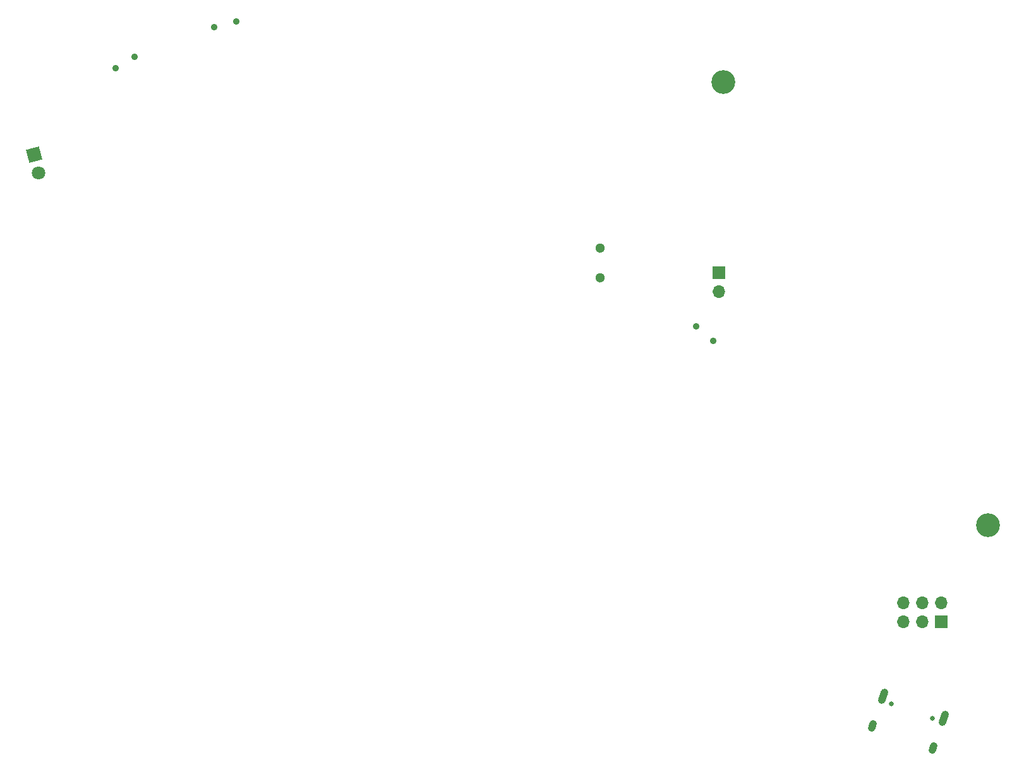
<source format=gbr>
%TF.GenerationSoftware,KiCad,Pcbnew,8.0.4-8.0.4-0~ubuntu22.04.1*%
%TF.CreationDate,2024-11-20T16:55:02+01:00*%
%TF.ProjectId,HH2025badge,48483230-3235-4626-9164-67652e6b6963,rev?*%
%TF.SameCoordinates,Original*%
%TF.FileFunction,Soldermask,Bot*%
%TF.FilePolarity,Negative*%
%FSLAX46Y46*%
G04 Gerber Fmt 4.6, Leading zero omitted, Abs format (unit mm)*
G04 Created by KiCad (PCBNEW 8.0.4-8.0.4-0~ubuntu22.04.1) date 2024-11-20 16:55:02*
%MOMM*%
%LPD*%
G01*
G04 APERTURE LIST*
G04 Aperture macros list*
%AMHorizOval*
0 Thick line with rounded ends*
0 $1 width*
0 $2 $3 position (X,Y) of the first rounded end (center of the circle)*
0 $4 $5 position (X,Y) of the second rounded end (center of the circle)*
0 Add line between two ends*
20,1,$1,$2,$3,$4,$5,0*
0 Add two circle primitives to create the rounded ends*
1,1,$1,$2,$3*
1,1,$1,$4,$5*%
%AMRotRect*
0 Rectangle, with rotation*
0 The origin of the aperture is its center*
0 $1 length*
0 $2 width*
0 $3 Rotation angle, in degrees counterclockwise*
0 Add horizontal line*
21,1,$1,$2,0,0,$3*%
G04 Aperture macros list end*
%ADD10C,0.900000*%
%ADD11RotRect,1.800000X1.800000X285.000000*%
%ADD12C,1.800000*%
%ADD13C,1.300000*%
%ADD14C,0.650000*%
%ADD15HorizOval,1.000000X-0.188111X-0.516831X0.188111X0.516831X0*%
%ADD16HorizOval,1.000000X-0.102606X-0.281908X0.102606X0.281908X0*%
%ADD17C,3.200000*%
%ADD18R,1.700000X1.700000*%
%ADD19O,1.700000X1.700000*%
G04 APERTURE END LIST*
D10*
%TO.C,SW3*%
X167098478Y-33583017D03*
X164200700Y-34359473D03*
%TD*%
D11*
%TO.C,D4*%
X140005006Y-51473444D03*
D12*
X140662407Y-53926895D03*
%TD*%
D13*
%TO.C,S1*%
X215900000Y-67930000D03*
X215900000Y-63930000D03*
%TD*%
D14*
%TO.C,J2*%
X254967541Y-125092361D03*
X260398964Y-127069237D03*
D15*
X253805051Y-124105235D03*
D16*
X252375407Y-128033150D03*
D15*
X261923995Y-127060289D03*
D16*
X260494351Y-130988204D03*
%TD*%
D17*
%TO.C,H1*%
X267843000Y-101117400D03*
%TD*%
D10*
%TO.C,SW5*%
X228762813Y-74472613D03*
X231060947Y-76400975D03*
%TD*%
%TO.C,SW4*%
X153534038Y-38334212D03*
X150935961Y-39834212D03*
%TD*%
D18*
%TO.C,M1*%
X231775000Y-67305000D03*
D19*
X231775000Y-69845000D03*
%TD*%
D17*
%TO.C,H2*%
X232410000Y-41656000D03*
%TD*%
D18*
%TO.C,J3*%
X261605000Y-114051000D03*
D19*
X261605000Y-111511000D03*
X259065000Y-114051000D03*
X259065000Y-111511000D03*
X256525000Y-114051000D03*
X256525000Y-111511000D03*
%TD*%
M02*

</source>
